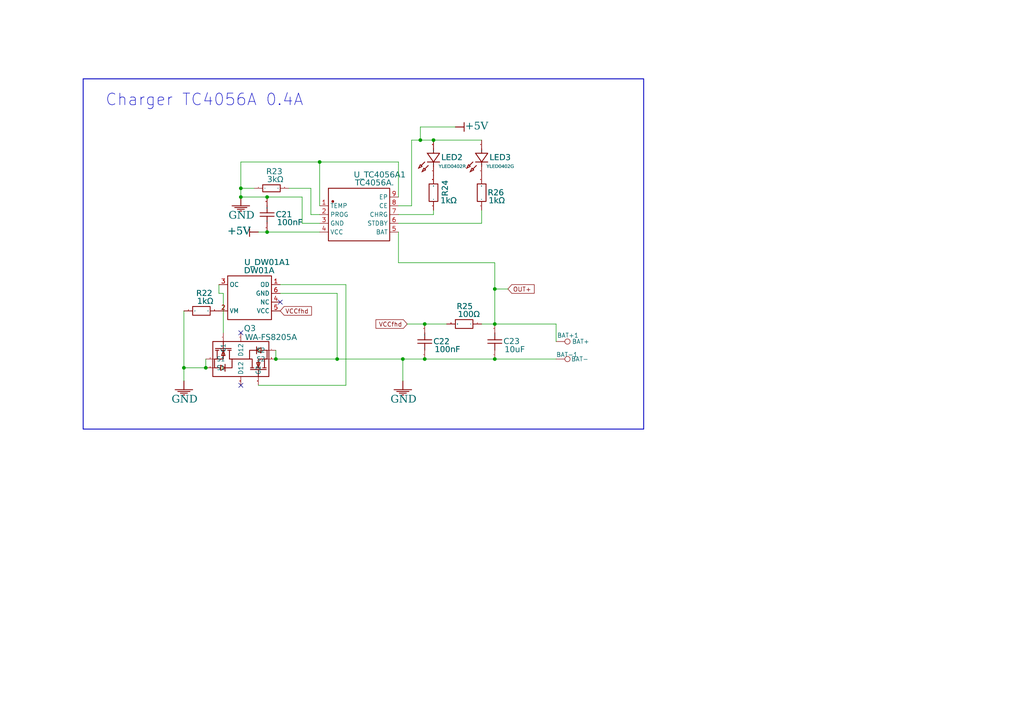
<source format=kicad_sch>
(kicad_sch (version 20250114) (generator "eeschema") (generator_version "9.0")
  (paper "A4")
  (lib_symbols
    (symbol "+5V" (power) (pin_numbers (hide yes)) (pin_names (hide yes))
      (property "Value" "+5V" (at 0 -3.81 0))
      (symbol "+5V_0_0"
        (polyline (pts (xy -1.27 -2.54) (xy 1.27 -2.54)) (stroke (width 0.254)))
        (polyline (pts (xy 0 0) (xy 0 -2.54)) (stroke (width 0.254)))
        (pin power_in line (at 0 0 270) (length 0) (name "+5V") (number "1"))
      )
    )
    (symbol "CC0603MRY5V8BB104"
      (property "Reference" "C6" (at 2.54 0.8509 0))
      (property "Value" "100nF" (at 2.54 -1.3843 0))
      (symbol "CC0603MRY5V8BB104_0_0"
        (polyline (pts (xy -2.032 0.508) (xy 2.032 0.508)) (stroke (width 0.254)))
        (polyline (pts (xy 0 2.54) (xy 0 0.508)) (stroke (width 0.254)))
        (polyline (pts (xy 0 -0.508) (xy 0 -2.54)) (stroke (width 0.254)))
        (polyline (pts (xy 2.032 -0.508) (xy -2.032 -0.508)) (stroke (width 0.254)))
        (pin unspecified line (at 0 5.08 270) (length 2.54) (name "2") (number "2"))
        (pin unspecified line (at 0 -5.08 90) (length 2.54) (name "1") (number "1"))
      )
    )
    (symbol "CC0603MRY5V8BB104_1"
      (property "Reference" "C8" (at 2.54 0.8509 0))
      (property "Value" "100nF" (at 2.54 -1.3843 0))
      (symbol "CC0603MRY5V8BB104_1_0_0"
        (polyline (pts (xy -2.032 0.508) (xy 2.032 0.508)) (stroke (width 0.254)))
        (polyline (pts (xy 0 2.54) (xy 0 0.508)) (stroke (width 0.254)))
        (polyline (pts (xy 0 -0.508) (xy 0 -2.54)) (stroke (width 0.254)))
        (polyline (pts (xy 2.032 -0.508) (xy -2.032 -0.508)) (stroke (width 0.254)))
        (pin unspecified line (at 0 5.08 270) (length 2.54) (name "2") (number "2"))
        (pin unspecified line (at 0 -5.08 90) (length 2.54) (name "1") (number "1"))
      )
    )
    (symbol "CR0603JA0122G"
      (property "Reference" "R6" (at -1.4986 5.7023 0))
      (property "Value" "1.2kΩ" (at -1.4986 3.4671 0))
      (symbol "CR0603JA0122G_0_0"
        (rectangle (start -2.54 1.016) (end 2.54 -1.016) (stroke (width 0.254)))
        (pin input line (at -5.08 0 0) (length 2.54) (name "1") (number "1"))
        (pin input line (at 5.08 0 180) (length 2.54) (name "2") (number "2"))
      )
    )
    (symbol "Connector:TestPoint" (pin_numbers (hide yes)) (pin_names (offset 0.762) (hide yes))
      (property "Reference" "TP" (at 0 6.858 0))
      (property "Value" "TestPoint" (at 0 5.08 0))
      (symbol "TestPoint_0_1"
        (circle (center 0 3.302) (radius 0.762))
      )
      (symbol "TestPoint_1_1"
        (pin passive line (at 0 0 90) (length 2.54) (name "1") (number "1"))
      )
    )
    (symbol "FHDW01A COPY"
      (property "Reference" "U9" (at -0.2286 12.3825 0))
      (property "Value" "FHDW01A COPY" (at -0.2286 10.0711 0))
      (symbol "FHDW01A COPY_0_0"
        (rectangle (start -5.08 7.62) (end 7.62 -5.08) (stroke (width 0.254)))
        (pin unspecified line (at -7.62 5.08 0) (length 2.54) (name "OC") (number "3"))
        (pin unspecified line (at -7.62 -2.54 0) (length 2.54) (name "VM") (number "2"))
        (pin unspecified line (at 10.16 5.08 180) (length 2.54) (name "OD") (number "1"))
        (pin unspecified line (at 10.16 2.54 180) (length 2.54) (name "GND") (number "6"))
        (pin unspecified line (at 10.16 0 180) (length 2.54) (name "NC") (number "4"))
        (pin unspecified line (at 10.16 -2.54 180) (length 2.54) (name "VCC") (number "5"))
      )
    )
    (symbol "GND" (power) (pin_numbers (hide yes)) (pin_names (hide yes))
      (property "Value" "GND" (at 0 -6.35 0))
      (symbol "GND_0_0"
        (polyline (pts (xy -2.54 -2.54) (xy 2.54 -2.54)) (stroke (width 0.254)))
        (polyline (pts (xy -1.778 -3.048) (xy 1.778 -3.048)) (stroke (width 0.254)))
        (polyline (pts (xy -1.016 -3.556) (xy 1.016 -3.556)) (stroke (width 0.254)))
        (polyline (pts (xy -0.254 -4.064) (xy 0.254 -4.064)) (stroke (width 0.254)))
        (polyline (pts (xy 0 0) (xy 0 -2.54)) (stroke (width 0.254)))
        (pin power_in line (at 0 0 270) (length 0) (name "GND") (number "1"))
      )
    )
    (symbol "HGC0603R5106M250NTHJ"
      (property "Reference" "C5" (at 2.54 0.9017 0))
      (property "Value" "10uF" (at 2.54 -1.4097 0))
      (symbol "HGC0603R5106M250NTHJ_0_0"
        (polyline (pts (xy -2.032 0.508) (xy 2.032 0.508)) (stroke (width 0.254)))
        (polyline (pts (xy 0 2.54) (xy 0 0.508)) (stroke (width 0.254)))
        (polyline (pts (xy 0 -0.508) (xy 0 -2.54)) (stroke (width 0.254)))
        (polyline (pts (xy 2.032 -0.508) (xy -2.032 -0.508)) (stroke (width 0.254)))
        (pin unspecified line (at 0 5.08 270) (length 2.54) (name "2") (number "2"))
        (pin unspecified line (at 0 -5.08 90) (length 2.54) (name "1") (number "1"))
      )
    )
    (symbol "HOAR0603-1/10W-100R-0.1%-TCR25"
      (property "Reference" "U10" (at -2.159 5.9563 0))
      (property "Value" "100Ω" (at -2.159 3.7211 0))
      (symbol "HOAR0603-1/10W-100R-0.1%-TCR25_0_0"
        (rectangle (start -2.54 1.27) (end 2.54 -1.27) (stroke (width 0.254)))
        (pin unspecified line (at -5.08 0 0) (length 2.54) (name "2") (number "2"))
        (pin unspecified line (at 5.08 0 180) (length 2.54) (name "1") (number "1"))
      )
    )
    (symbol "SCR0603F1K"
      (property "Reference" "R7" (at -1.4986 5.9563 0))
      (property "Value" "1kΩ" (at -1.4986 3.7211 0))
      (symbol "SCR0603F1K_0_0"
        (rectangle (start -2.54 1.27) (end 2.54 -1.27) (stroke (width 0.254)))
        (pin unspecified line (at -5.08 0 0) (length 2.54) (name "2") (number "2"))
        (pin unspecified line (at 5.08 0 180) (length 2.54) (name "1") (number "1"))
      )
    )
    (symbol "SCR0603F1K_1"
      (property "Reference" "R5" (at 1.778 0.8509 0))
      (property "Value" "1kΩ" (at 1.778 -1.3843 0))
      (symbol "SCR0603F1K_1_0_0"
        (rectangle (start -1.27 2.54) (end 1.27 -2.54) (stroke (width 0.254)))
        (pin unspecified line (at 0 5.08 270) (length 2.54) (name "2") (number "2"))
        (pin unspecified line (at 0 -5.08 90) (length 2.54) (name "1") (number "1"))
      )
    )
    (symbol "SCR0603F1K_2"
      (property "Reference" "R4" (at 1.778 0.8509 0))
      (property "Value" "1kΩ" (at 1.778 -1.3843 0))
      (symbol "SCR0603F1K_2_0_0"
        (rectangle (start -1.27 2.54) (end 1.27 -2.54) (stroke (width 0.254)))
        (pin unspecified line (at 0 5.08 270) (length 2.54) (name "2") (number "2"))
        (pin unspecified line (at 0 -5.08 90) (length 2.54) (name "1") (number "1"))
      )
    )
    (symbol "TC4056A."
      (property "Reference" "U5" (at -1.4986 12.3825 0))
      (property "Value" "TC4056A." (at -1.4986 10.1219 0))
      (symbol "TC4056A._0_0"
        (rectangle (start -8.89 7.62) (end 8.89 -7.62) (stroke (width 0.254)))
        (circle (center -7.62 3.81) (radius 0.254) (stroke (width 0.254)) (fill (type outline)))
        (pin unspecified line (at -11.43 2.54 0) (length 2.54) (name "TEMP") (number "1"))
        (pin unspecified line (at -11.43 0 0) (length 2.54) (name "PROG") (number "2"))
        (pin unspecified line (at -11.43 -2.54 0) (length 2.54) (name "GND") (number "3"))
        (pin unspecified line (at -11.43 -5.08 0) (length 2.54) (name "VCC") (number "4"))
        (pin unspecified line (at 11.43 5.08 180) (length 2.54) (name "EP") (number "9"))
        (pin unspecified line (at 11.43 2.54 180) (length 2.54) (name "CE") (number "8"))
        (pin unspecified line (at 11.43 0 180) (length 2.54) (name "CHRG") (number "7"))
        (pin unspecified line (at 11.43 -2.54 180) (length 2.54) (name "STDBY") (number "6"))
        (pin unspecified line (at 11.43 -5.08 180) (length 2.54) (name "BAT") (number "5"))
      )
    )
    (symbol "WA-FS8205A"
      (property "Reference" "Q3" (at 0.9398 9.7409 0))
      (property "Value" "WA-FS8205A" (at 0.4064 7.2009 0))
      (symbol "WA-FS8205A_0_0"
        (rectangle (start -8.128 5.08) (end 8.128 -5.08) (stroke (width 0.254)))
        (polyline (pts (xy -7.366 2.54) (xy -6.35 2.54)) (stroke (width 0.254)))
        (polyline (pts (xy -6.858 0) (xy -6.858 2.54)) (stroke (width 0.254)))
        (polyline (pts (xy -5.588 2.54) (xy -4.572 2.54)) (stroke (width 0.254)))
        (polyline (pts (xy -5.08 5.08) (xy -5.08 3.048)) (stroke (width 0.254)))
        (polyline (pts (xy -5.08 2.54) (xy -5.588 1.016) (xy -4.572 1.016) (xy -5.08 2.54)) (stroke (width 0.254)) (fill (type background)))
        (polyline (pts (xy -5.08 2.54) (xy -5.08 0) (xy -7.62 0) (xy -7.62 -2.54) (xy -5.842 -2.54)) (stroke (width 0.254)))
        (polyline (pts (xy -4.572 -2.54) (xy -5.842 -1.778) (xy -5.842 -3.302) (xy -4.572 -2.54)) (stroke (width 0.254)) (fill (type background)))
        (polyline (pts (xy -4.572 -3.556) (xy -4.572 -3.048) (xy -4.572 -2.032) (xy -4.572 -1.524)) (stroke (width 0.254)))
        (polyline (pts (xy -3.302 2.54) (xy -3.302 0) (xy -2.54 0) (xy -2.54 -2.54) (xy -4.572 -2.54)) (stroke (width 0.254)))
        (polyline (pts (xy -2.794 3.048) (xy -7.366 3.048)) (stroke (width 0.254)))
        (polyline (pts (xy -2.794 2.54) (xy -3.81 2.54)) (stroke (width 0.254)))
        (polyline (pts (xy 2.54 0) (xy -2.54 0)) (stroke (width 0.254)))
        (polyline (pts (xy 2.794 -2.54) (xy 3.81 -2.54)) (stroke (width 0.254)))
        (polyline (pts (xy 2.794 -3.048) (xy 7.366 -3.048)) (stroke (width 0.254)))
        (polyline (pts (xy 3.302 -2.54) (xy 3.302 0) (xy 2.54 0) (xy 2.54 2.54) (xy 4.572 2.54)) (stroke (width 0.254)))
        (polyline (pts (xy 4.572 3.556) (xy 4.572 3.048) (xy 4.572 2.032) (xy 4.572 1.524)) (stroke (width 0.254)))
        (polyline (pts (xy 4.572 2.54) (xy 5.842 1.778) (xy 5.842 3.302) (xy 4.572 2.54)) (stroke (width 0.254)) (fill (type background)))
        (polyline (pts (xy 5.08 -2.54) (xy 5.588 -1.016) (xy 4.572 -1.016) (xy 5.08 -2.54)) (stroke (width 0.254)) (fill (type background)))
        (polyline (pts (xy 5.08 -2.54) (xy 5.08 0) (xy 7.62 0) (xy 7.62 2.54) (xy 5.842 2.54)) (stroke (width 0.254)))
        (polyline (pts (xy 5.08 -5.08) (xy 5.08 -3.048)) (stroke (width 0.254)))
        (polyline (pts (xy 5.588 -2.54) (xy 4.572 -2.54)) (stroke (width 0.254)))
        (polyline (pts (xy 6.858 0) (xy 6.858 -2.54)) (stroke (width 0.254)))
        (polyline (pts (xy 7.366 -2.54) (xy 6.35 -2.54)) (stroke (width 0.254)))
        (pin unspecified line (at -10.16 0 0) (length 2.54) (name "S1") (number "2"))
        (pin unspecified line (at -10.16 -2.54 0) (length 2.54) (name "S1") (number "3"))
        (pin unspecified line (at -5.08 7.62 270) (length 2.54) (name "G1") (number "4"))
        (pin unspecified line (at 0 7.62 270) (length 2.54) (name "D12") (number "1"))
        (pin unspecified line (at 0 -7.62 90) (length 2.54) (name "D12") (number "8"))
        (pin unspecified line (at 5.08 -7.62 90) (length 2.54) (name "G2") (number "5"))
        (pin unspecified line (at 10.16 2.54 180) (length 2.54) (name "S2") (number "7"))
        (pin unspecified line (at 10.16 0 180) (length 2.54) (name "S2") (number "6"))
      )
    )
    (symbol "YLED0402G"
      (property "Reference" "U8" (at 2.286 0.9017 0))
      (property "Value" "YLED0402R" (at 1.3208 -2.032 0))
      (symbol "YLED0402G_0_0"
        (polyline (pts (xy -4.318 -3.048) (xy -3.81 -2.032) (xy -3.302 -2.54) (xy -4.318 -3.048)) (stroke (width 0.254)))
        (polyline (pts (xy -3.302 -4.064) (xy -2.794 -3.048) (xy -2.286 -3.556) (xy -3.302 -4.064)) (stroke (width 0.254)))
        (polyline (pts (xy -2.54 -1.27) (xy -3.556 -2.286)) (stroke (width 0.254)) (fill (type outline)))
        (polyline (pts (xy -1.778 1.27) (xy 0 -1.27) (xy 1.778 1.27) (xy -1.778 1.27)) (stroke (width 0.254)))
        (polyline (pts (xy -1.778 -1.27) (xy 1.778 -1.27)) (stroke (width 0.254)))
        (polyline (pts (xy -1.524 -2.286) (xy -2.54 -3.302)) (stroke (width 0.254)) (fill (type outline)))
        (polyline (pts (xy 0 2.54) (xy 0 1.27)) (stroke (width 0.254)))
        (polyline (pts (xy 0 -1.27) (xy 0 -2.54)) (stroke (width 0.254)))
        (pin unspecified line (at 0 5.08 270) (length 2.54) (name "A") (number "1"))
        (pin unspecified line (at 0 -5.08 90) (length 2.54) (name "K") (number "2"))
      )
    )
    (symbol "YLED0402G_1"
      (property "Reference" "U6" (at 2.286 0.9017 0))
      (property "Value" "YLED0402G" (at 1.27 -2.032 0))
      (symbol "YLED0402G_1_0_0"
        (polyline (pts (xy -4.318 -3.048) (xy -3.81 -2.032) (xy -3.302 -2.54) (xy -4.318 -3.048)) (stroke (width 0.254)))
        (polyline (pts (xy -3.302 -4.064) (xy -2.794 -3.048) (xy -2.286 -3.556) (xy -3.302 -4.064)) (stroke (width 0.254)))
        (polyline (pts (xy -2.54 -1.27) (xy -3.556 -2.286)) (stroke (width 0.254)) (fill (type outline)))
        (polyline (pts (xy -1.778 1.27) (xy 0 -1.27) (xy 1.778 1.27) (xy -1.778 1.27)) (stroke (width 0.254)))
        (polyline (pts (xy -1.778 -1.27) (xy 1.778 -1.27)) (stroke (width 0.254)))
        (polyline (pts (xy -1.524 -2.286) (xy -2.54 -3.302)) (stroke (width 0.254)) (fill (type outline)))
        (polyline (pts (xy 0 2.54) (xy 0 1.27)) (stroke (width 0.254)))
        (polyline (pts (xy 0 -1.27) (xy 0 -2.54)) (stroke (width 0.254)))
        (pin unspecified line (at 0 5.08 270) (length 2.54) (name "A") (number "1"))
        (pin unspecified line (at 0 -5.08 90) (length 2.54) (name "K") (number "2"))
      )
    )
  )
  (rectangle (start 24.13 22.86) (end 186.69 124.46) (stroke (width 0.254)))
  (text "Charger TC4056A 0.4A" (at 30.48 27.1018 0) (effects (font (size 3.3782 3.3782)) (justify left top)))
  (junction (at 116.84 104.14))
  (junction (at 123.19 104.14))
  (junction (at 69.85 57.15))
  (junction (at 53.34 106.68))
  (junction (at 92.71 46.99))
  (junction (at 121.92 40.64))
  (junction (at 125.73 40.64))
  (junction (at 143.51 93.98))
  (junction (at 143.51 83.82))
  (junction (at 77.47 57.15))
  (junction (at 77.47 67.31))
  (junction (at 123.19 93.98))
  (junction (at 80.01 104.14))
  (junction (at 143.51 104.14))
  (junction (at 59.69 106.68))
  (junction (at 97.79 104.14))
  (junction (at 69.85 54.61))
  (no_connect (at 69.85 111.76))
  (no_connect (at 69.85 96.52))
  (no_connect (at 81.28 87.63))
  (wire (pts (xy 121.92 36.83) (xy 121.92 40.64)))
  (wire (pts (xy 139.7 64.77) (xy 115.57 64.77)))
  (wire (pts (xy 143.51 83.82) (xy 143.51 93.98)))
  (wire (pts (xy 115.57 76.2) (xy 143.51 76.2)))
  (wire (pts (xy 69.85 57.15) (xy 77.47 57.15)))
  (wire (pts (xy 64.77 96.52) (xy 64.77 85.09)))
  (wire (pts (xy 116.84 104.14) (xy 97.79 104.14)))
  (wire (pts (xy 143.51 104.14) (xy 123.19 104.14)))
  (wire (pts (xy 143.51 76.2) (xy 143.51 83.82)))
  (wire (pts (xy 121.92 40.64) (xy 125.73 40.64)))
  (wire (pts (xy 87.63 57.15) (xy 87.63 64.77)))
  (wire (pts (xy 125.73 60.96) (xy 125.73 62.23)))
  (wire (pts (xy 100.33 111.76) (xy 74.93 111.76)))
  (wire (pts (xy 161.29 99.06) (xy 161.29 93.98)))
  (wire (pts (xy 125.73 40.64) (xy 139.7 40.64)))
  (wire (pts (xy 123.19 104.14) (xy 116.84 104.14)))
  (wire (pts (xy 125.73 62.23) (xy 115.57 62.23)))
  (wire (pts (xy 116.84 110.49) (xy 116.84 104.14)))
  (wire (pts (xy 77.47 67.31) (xy 92.71 67.31)))
  (wire (pts (xy 64.77 85.09) (xy 63.5 85.09)))
  (wire (pts (xy 143.51 93.98) (xy 161.29 93.98)))
  (wire (pts (xy 143.51 93.98) (xy 139.7 93.98)))
  (wire (pts (xy 81.28 85.09) (xy 97.79 85.09)))
  (wire (pts (xy 53.34 110.49) (xy 53.34 106.68)))
  (wire (pts (xy 115.57 59.69) (xy 119.38 59.69)))
  (wire (pts (xy 97.79 104.14) (xy 80.01 104.14)))
  (wire (pts (xy 119.38 40.64) (xy 121.92 40.64)))
  (wire (pts (xy 129.54 93.98) (xy 123.19 93.98)))
  (wire (pts (xy 119.38 59.69) (xy 119.38 40.64)))
  (wire (pts (xy 115.57 46.99) (xy 92.71 46.99)))
  (wire (pts (xy 139.7 60.96) (xy 139.7 64.77)))
  (wire (pts (xy 115.57 67.31) (xy 115.57 76.2)))
  (wire (pts (xy 83.82 54.61) (xy 90.17 54.61)))
  (wire (pts (xy 53.34 106.68) (xy 59.69 106.68)))
  (wire (pts (xy 87.63 64.77) (xy 92.71 64.77)))
  (wire (pts (xy 97.79 85.09) (xy 97.79 104.14)))
  (wire (pts (xy 115.57 57.15) (xy 115.57 46.99)))
  (wire (pts (xy 74.93 67.31) (xy 77.47 67.31)))
  (wire (pts (xy 77.47 57.15) (xy 87.63 57.15)))
  (wire (pts (xy 69.85 46.99) (xy 69.85 54.61)))
  (wire (pts (xy 59.69 106.68) (xy 59.69 104.14)))
  (wire (pts (xy 100.33 82.55) (xy 100.33 111.76)))
  (wire (pts (xy 63.5 85.09) (xy 63.5 82.55)))
  (wire (pts (xy 69.85 54.61) (xy 69.85 57.15)))
  (wire (pts (xy 81.28 82.55) (xy 100.33 82.55)))
  (wire (pts (xy 147.32 83.82) (xy 143.51 83.82)))
  (wire (pts (xy 92.71 62.23) (xy 90.17 62.23)))
  (wire (pts (xy 90.17 62.23) (xy 90.17 54.61)))
  (wire (pts (xy 161.29 104.14) (xy 143.51 104.14)))
  (wire (pts (xy 92.71 59.69) (xy 92.71 46.99)))
  (wire (pts (xy 132.08 36.83) (xy 121.92 36.83)))
  (wire (pts (xy 80.01 104.14) (xy 80.01 101.6)))
  (wire (pts (xy 92.71 46.99) (xy 69.85 46.99)))
  (wire (pts (xy 73.66 54.61) (xy 69.85 54.61)))
  (wire (pts (xy 53.34 90.17) (xy 53.34 106.68)))
  (wire (pts (xy 123.19 93.98) (xy 118.11 93.98)))
  (global_label "OUT+" (shape input) (at 147.32 83.82 0) (property "Intersheetrefs" "${INTERSHEET_REFS}" (effects (hide yes))))
  (global_label "VCCfhd" (shape input) (at 81.28 90.17 0) (property "Intersheetrefs" "${INTERSHEET_REFS}" (effects (hide yes))))
  (global_label "VCCfhd" (shape input) (at 118.11 93.98 180) (property "Intersheetrefs" "${INTERSHEET_REFS}" (effects (hide yes))))
  (symbol (lib_id "CR0603JA0122G") (at 78.74 54.61 0) (unit 1)
    (property "Reference" "R23" (at 77.2414 48.9077 0) (effects (font (size 1.6891 1.6891)) (justify left top)))
    (property "Value" "3kΩ" (at 77.2414 51.1429 0) (effects (font (size 1.6891 1.6891)) (justify left top)))
    (property "Footprint" "Resistor_SMD:R_0603_1608Metric" (effects (hide yes)))
    (property "Manufacturer Part" "CR0603JA0122G" (effects (hide yes)))
    (property "Manufacturer" "LIZ(丽智电子)" (effects (hide yes)))
    (property "Supplier Part" "C101265" (effects (hide yes)))
    (property "Supplier" "LCSC" (effects (hide yes)))
  )
  (symbol (lib_id "YLED0402G_1") (at 139.7 45.72 0) (unit 1)
    (property "Reference" "LED3" (at 141.986 44.8183 0) (effects (font (size 1.6891 1.6891)) (justify left top)))
    (property "Value" "YLED0402G" (at 140.97 47.752 0) (effects (font (size 0.9652 0.9652)) (justify left top)))
    (property "Footprint" "LED_SMD:LED_0402_1005Metric" (effects (hide yes)))
    (property "Manufacturer Part" "YLED0402G" (effects (hide yes)))
    (property "Manufacturer" "YONGYUTAI(永裕泰)" (effects (hide yes)))
    (property "Supplier Part" "C20608784" (effects (hide yes)))
    (property "Supplier" "LCSC" (effects (hide yes)))
  )
  (symbol (lib_id "SCR0603F1K") (at 58.42 90.17 0) (unit 1)
    (property "Reference" "R22" (at 56.9214 84.2137 0) (effects (font (size 1.6891 1.6891)) (justify left top)))
    (property "Value" "1kΩ" (at 56.9214 86.4489 0) (effects (font (size 1.6891 1.6891)) (justify left top)))
    (property "Footprint" "Resistor_SMD:R_0603_1608Metric" (effects (hide yes)))
    (property "Manufacturer Part" "SCR0603F1K" (effects (hide yes)))
    (property "Manufacturer" "VO(翔胜)" (effects (hide yes)))
    (property "Supplier Part" "C3016283" (effects (hide yes)))
    (property "Supplier" "LCSC" (effects (hide yes)))
  )
  (symbol (lib_id "TC4056A.") (at 104.14 62.23 0) (unit 1)
    (property "Reference" "U_TC4056A1" (at 102.6414 49.8475 0) (effects (font (size 1.6891 1.6891)) (justify left top)))
    (property "Value" "TC4056A." (at 102.6414 52.1081 0) (effects (font (size 1.6891 1.6891)) (justify left top)))
    (property "Footprint" "Library_custom:TC4056A" (effects (hide yes)))
    (property "Manufacturer Part" "TC4056A." (effects (hide yes)))
    (property "Manufacturer" "FM(富满)" (effects (hide yes)))
    (property "Supplier Part" "C7588528" (effects (hide yes)))
    (property "Supplier" "LCSC" (effects (hide yes)))
  )
  (symbol (lib_id "HOAR0603-1/10W-100R-0.1%-TCR25") (at 134.62 93.98 0) (unit 1)
    (property "Reference" "R25" (at 132.461 88.0237 0) (effects (font (size 1.6891 1.6891)) (justify left top)))
    (property "Value" "100Ω" (at 132.461 90.2589 0) (effects (font (size 1.6891 1.6891)) (justify left top)))
    (property "Footprint" "Resistor_SMD:R_0603_1608Metric" (effects (hide yes)))
    (property "Manufacturer Part" "HoAR0603-1/10W-100R-0.1%-TCR25" (effects (hide yes)))
    (property "Manufacturer" "Milliohm(毫欧)" (effects (hide yes)))
    (property "Supplier Part" "C5123580" (effects (hide yes)))
    (property "Supplier" "LCSC" (effects (hide yes)))
  )
  (symbol (lib_id "GND") (at 116.84 110.49 0) (unit 0)
    (property "Reference" "#PWR029" (effects (hide yes)))
    (property "Value" "GND" (at 113.538 117.094 0) (effects (font (size 2.1717 2.1717)) (justify left bottom)))
    (property "Description" "Power symbol creates a global label with name 'GND'" (effects (hide yes)))
  )
  (symbol (lib_id "+5V") (at 132.08 36.83 90) (mirror x) (unit 0)
    (property "Reference" "#PWR030" (effects (hide yes)))
    (property "Value" "+5V" (at 134.747 37.8714 -270) (effects (font (size 2.1717 2.1717)) (justify right bottom)))
    (property "Description" "Power symbol creates a global label with name '+5V'" (effects (hide yes)))
  )
  (symbol (lib_id "HGC0603R5106M250NTHJ") (at 143.51 99.06 0) (unit 1)
    (property "Reference" "C23" (at 146.05 98.1583 0) (effects (font (size 1.6891 1.6891)) (justify left top)))
    (property "Value" "10uF" (at 146.05 100.4697 0) (effects (font (size 1.6891 1.6891)) (justify left top)))
    (property "Footprint" "Capacitor_SMD:C_0603_1608Metric" (effects (hide yes)))
    (property "Manufacturer Part" "HGC0603R5106M250NTHJ" (effects (hide yes)))
    (property "Manufacturer" "Chinocera(华瓷)" (effects (hide yes)))
    (property "Supplier Part" "C7472961" (effects (hide yes)))
    (property "Supplier" "LCSC" (effects (hide yes)))
  )
  (symbol (lib_id "SCR0603F1K_1") (at 139.7 55.88 0) (unit 1)
    (property "Reference" "R26" (at 141.478 55.0291 0) (effects (font (size 1.6891 1.6891)) (justify left top)))
    (property "Value" "1kΩ" (at 141.478 57.2643 0) (effects (font (size 1.6891 1.6891)) (justify left top)))
    (property "Footprint" "Resistor_SMD:R_0603_1608Metric" (effects (hide yes)))
    (property "Manufacturer Part" "SCR0603F1K" (effects (hide yes)))
    (property "Manufacturer" "VO(翔胜)" (effects (hide yes)))
    (property "Supplier Part" "C3016283" (effects (hide yes)))
    (property "Supplier" "LCSC" (effects (hide yes)))
  )
  (symbol (lib_id "FHDW01A COPY") (at 71.12 87.63 0) (unit 1)
    (property "Reference" "U_DW01A1" (at 70.8914 75.2475 0) (effects (font (size 1.6891 1.6891)) (justify left top)))
    (property "Value" "DW01A" (at 70.8914 77.5589 0) (effects (font (size 1.6891 1.6891)) (justify left top)))
    (property "Footprint" "Package_TO_SOT_SMD:SOT-23-6" (effects (hide yes)))
    (property "Manufacturer Part" "FHDW01A" (effects (hide yes)))
    (property "Manufacturer" "鑫飞宏" (effects (hide yes)))
    (property "Supplier Part" "C2929050" (effects (hide yes)))
    (property "Supplier" "LCSC" (effects (hide yes)))
  )
  (symbol (lib_id "Connector:TestPoint") (at 161.29 104.14 270) (unit 1)
    (property "Reference" "BAT-1" (at 161.29 102.87 90) (effects (justify left)))
    (property "Value" "BAT-" (at 165.608 104.14 90) (effects (justify left)))
    (property "Footprint" "TestPoint:TestPoint_Pad_D2.5mm" (effects (hide yes)))
    (property "Description" "test point" (effects (hide yes)))
  )
  (symbol (lib_id "CC0603MRY5V8BB104_1") (at 77.47 62.23 0) (unit 1)
    (property "Reference" "C21" (at 80.01 61.3791 0) (effects (font (size 1.6891 1.6891)) (justify left top)))
    (property "Value" "100nF" (at 80.01 63.6143 0) (effects (font (size 1.6891 1.6891)) (justify left top)))
    (property "Footprint" "Capacitor_SMD:C_0603_1608Metric" (effects (hide yes)))
    (property "Manufacturer Part" "CC0603MRY5V8BB104" (effects (hide yes)))
    (property "Manufacturer" "YAGEO(国巨)" (effects (hide yes)))
    (property "Supplier Part" "C519502" (effects (hide yes)))
    (property "Supplier" "LCSC" (effects (hide yes)))
  )
  (symbol (lib_id "CC0603MRY5V8BB104") (at 123.19 99.06 0) (unit 1)
    (property "Reference" "C22" (at 125.73 98.2091 0) (effects (font (size 1.6891 1.6891)) (justify left top)))
    (property "Value" "100nF" (at 125.73 100.4443 0) (effects (font (size 1.6891 1.6891)) (justify left top)))
    (property "Footprint" "Capacitor_SMD:C_0603_1608Metric" (effects (hide yes)))
    (property "Manufacturer Part" "CC0603MRY5V8BB104" (effects (hide yes)))
    (property "Manufacturer" "YAGEO(国巨)" (effects (hide yes)))
    (property "Supplier Part" "C519502" (effects (hide yes)))
    (property "Supplier" "LCSC" (effects (hide yes)))
  )
  (symbol (lib_id "Connector:TestPoint") (at 161.29 99.06 270) (unit 1)
    (property "Reference" "BAT+1" (at 161.544 97.282 90) (effects (justify left)))
    (property "Value" "BAT+" (at 165.862 99.06 90) (effects (justify left)))
    (property "Footprint" "TestPoint:TestPoint_Pad_D2.5mm" (effects (hide yes)))
    (property "Description" "test point" (effects (hide yes)))
  )
  (symbol (lib_id "WA-FS8205A") (at 69.85 104.14 0) (unit 1)
    (property "Reference" "Q3" (at 70.7898 94.3991 0) (effects (font (size 1.6891 1.6891)) (justify left top)))
    (property "Value" "WA-FS8205A" (at 70.2564 96.9391 0) (effects (font (size 1.6891 1.6891)) (justify left top)))
    (property "Footprint" "Package_SO:TSSOP-8_4.4x3mm_P0.65mm" (effects (hide yes)))
    (property "Manufacturer Part" "FS8205A" (effects (hide yes)))
    (property "Manufacturer" "FORTUNE" (effects (hide yes)))
    (property "Supplier Part" "C16052" (effects (hide yes)))
    (property "Supplier" "LCSC" (effects (hide yes)))
  )
  (symbol (lib_id "GND") (at 53.34 110.49 0) (unit 0)
    (property "Reference" "#PWR026" (effects (hide yes)))
    (property "Value" "GND" (at 50.038 117.094 0) (effects (font (size 2.1717 2.1717)) (justify left bottom)))
    (property "Description" "Power symbol creates a global label with name 'GND'" (effects (hide yes)))
  )
  (symbol (lib_id "+5V") (at 74.93 67.31 270) (mirror x) (unit 0)
    (property "Reference" "#PWR028" (effects (hide yes)))
    (property "Value" "+5V" (at 65.8114 68.326 -90) (effects (font (size 2.1717 2.1717)) (justify right bottom)))
    (property "Description" "Power symbol creates a global label with name '+5V'" (effects (hide yes)))
  )
  (symbol (lib_id "SCR0603F1K_2") (at 125.73 55.88 0) (unit 1)
    (property "Reference" "R24" (at 128.27 56.896 90) (effects (font (size 1.6891 1.6891)) (justify left top)))
    (property "Value" "1kΩ" (at 127.508 57.2643 0) (effects (font (size 1.6891 1.6891)) (justify left top)))
    (property "Footprint" "Resistor_SMD:R_0603_1608Metric" (effects (hide yes)))
    (property "Manufacturer Part" "SCR0603F1K" (effects (hide yes)))
    (property "Manufacturer" "VO(翔胜)" (effects (hide yes)))
    (property "Supplier Part" "C3016283" (effects (hide yes)))
    (property "Supplier" "LCSC" (effects (hide yes)))
  )
  (symbol (lib_id "GND") (at 69.85 57.15 0) (unit 0)
    (property "Reference" "#PWR027" (effects (hide yes)))
    (property "Value" "GND" (at 66.548 63.754 0) (effects (font (size 2.1717 2.1717)) (justify left bottom)))
    (property "Description" "Power symbol creates a global label with name 'GND'" (effects (hide yes)))
  )
  (symbol (lib_id "YLED0402G") (at 125.73 45.72 0) (unit 1)
    (property "Reference" "LED2" (at 128.016 44.8183 0) (effects (font (size 1.6891 1.6891)) (justify left top)))
    (property "Value" "YLED0402R" (at 127.0508 47.752 0) (effects (font (size 0.9652 0.9652)) (justify left top)))
    (property "Footprint" "LED_SMD:LED_0402_1005Metric" (effects (hide yes)))
    (property "Manufacturer Part" "YLED0402G" (effects (hide yes)))
    (property "Manufacturer" "YONGYUTAI(永裕泰)" (effects (hide yes)))
    (property "Supplier Part" "C20608784" (effects (hide yes)))
    (property "Supplier" "LCSC" (effects (hide yes)))
  )
)
</source>
